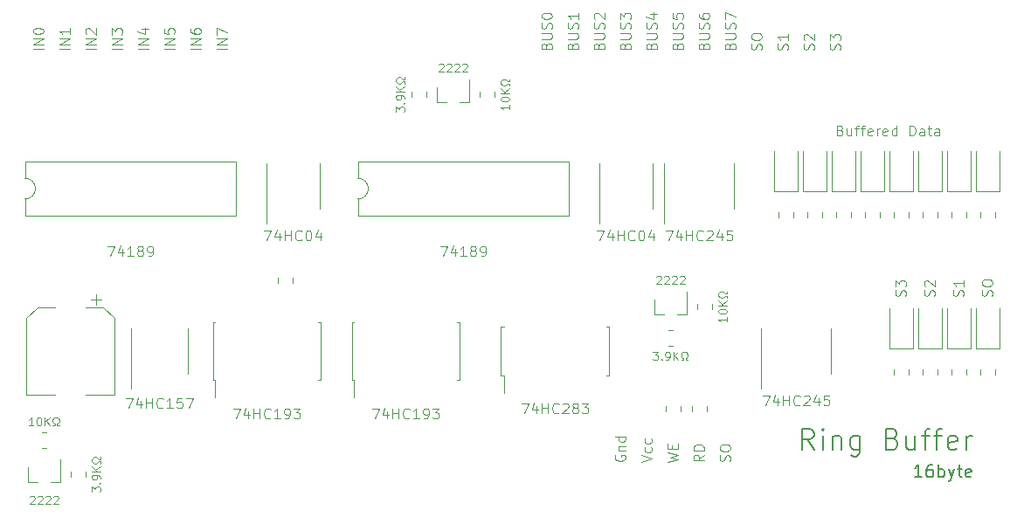
<source format=gbr>
%TF.GenerationSoftware,KiCad,Pcbnew,(5.1.10-1-10_14)*%
%TF.CreationDate,2021-11-15T09:00:54-05:00*%
%TF.ProjectId,FIFO-ram-buffer,4649464f-2d72-4616-9d2d-627566666572,rev?*%
%TF.SameCoordinates,Original*%
%TF.FileFunction,Legend,Top*%
%TF.FilePolarity,Positive*%
%FSLAX46Y46*%
G04 Gerber Fmt 4.6, Leading zero omitted, Abs format (unit mm)*
G04 Created by KiCad (PCBNEW (5.1.10-1-10_14)) date 2021-11-15 09:00:54*
%MOMM*%
%LPD*%
G01*
G04 APERTURE LIST*
%ADD10C,0.100000*%
%ADD11C,0.150000*%
%ADD12C,0.120000*%
G04 APERTURE END LIST*
D10*
X158138761Y-128776523D02*
X158186380Y-128633666D01*
X158186380Y-128395571D01*
X158138761Y-128300333D01*
X158091142Y-128252714D01*
X157995904Y-128205095D01*
X157900666Y-128205095D01*
X157805428Y-128252714D01*
X157757809Y-128300333D01*
X157710190Y-128395571D01*
X157662571Y-128586047D01*
X157614952Y-128681285D01*
X157567333Y-128728904D01*
X157472095Y-128776523D01*
X157376857Y-128776523D01*
X157281619Y-128728904D01*
X157234000Y-128681285D01*
X157186380Y-128586047D01*
X157186380Y-128347952D01*
X157234000Y-128205095D01*
X158186380Y-127252714D02*
X158186380Y-127824142D01*
X158186380Y-127538428D02*
X157186380Y-127538428D01*
X157329238Y-127633666D01*
X157424476Y-127728904D01*
X157472095Y-127824142D01*
X152550761Y-128776523D02*
X152598380Y-128633666D01*
X152598380Y-128395571D01*
X152550761Y-128300333D01*
X152503142Y-128252714D01*
X152407904Y-128205095D01*
X152312666Y-128205095D01*
X152217428Y-128252714D01*
X152169809Y-128300333D01*
X152122190Y-128395571D01*
X152074571Y-128586047D01*
X152026952Y-128681285D01*
X151979333Y-128728904D01*
X151884095Y-128776523D01*
X151788857Y-128776523D01*
X151693619Y-128728904D01*
X151646000Y-128681285D01*
X151598380Y-128586047D01*
X151598380Y-128347952D01*
X151646000Y-128205095D01*
X151598380Y-127871761D02*
X151598380Y-127252714D01*
X151979333Y-127586047D01*
X151979333Y-127443190D01*
X152026952Y-127347952D01*
X152074571Y-127300333D01*
X152169809Y-127252714D01*
X152407904Y-127252714D01*
X152503142Y-127300333D01*
X152550761Y-127347952D01*
X152598380Y-127443190D01*
X152598380Y-127728904D01*
X152550761Y-127824142D01*
X152503142Y-127871761D01*
X155344761Y-128776523D02*
X155392380Y-128633666D01*
X155392380Y-128395571D01*
X155344761Y-128300333D01*
X155297142Y-128252714D01*
X155201904Y-128205095D01*
X155106666Y-128205095D01*
X155011428Y-128252714D01*
X154963809Y-128300333D01*
X154916190Y-128395571D01*
X154868571Y-128586047D01*
X154820952Y-128681285D01*
X154773333Y-128728904D01*
X154678095Y-128776523D01*
X154582857Y-128776523D01*
X154487619Y-128728904D01*
X154440000Y-128681285D01*
X154392380Y-128586047D01*
X154392380Y-128347952D01*
X154440000Y-128205095D01*
X154487619Y-127824142D02*
X154440000Y-127776523D01*
X154392380Y-127681285D01*
X154392380Y-127443190D01*
X154440000Y-127347952D01*
X154487619Y-127300333D01*
X154582857Y-127252714D01*
X154678095Y-127252714D01*
X154820952Y-127300333D01*
X155392380Y-127871761D01*
X155392380Y-127252714D01*
X160932761Y-128776523D02*
X160980380Y-128633666D01*
X160980380Y-128395571D01*
X160932761Y-128300333D01*
X160885142Y-128252714D01*
X160789904Y-128205095D01*
X160694666Y-128205095D01*
X160599428Y-128252714D01*
X160551809Y-128300333D01*
X160504190Y-128395571D01*
X160456571Y-128586047D01*
X160408952Y-128681285D01*
X160361333Y-128728904D01*
X160266095Y-128776523D01*
X160170857Y-128776523D01*
X160075619Y-128728904D01*
X160028000Y-128681285D01*
X159980380Y-128586047D01*
X159980380Y-128347952D01*
X160028000Y-128205095D01*
X159980380Y-127586047D02*
X159980380Y-127395571D01*
X160028000Y-127300333D01*
X160123238Y-127205095D01*
X160313714Y-127157476D01*
X160647047Y-127157476D01*
X160837523Y-127205095D01*
X160932761Y-127300333D01*
X160980380Y-127395571D01*
X160980380Y-127586047D01*
X160932761Y-127681285D01*
X160837523Y-127776523D01*
X160647047Y-127824142D01*
X160313714Y-127824142D01*
X160123238Y-127776523D01*
X160028000Y-127681285D01*
X159980380Y-127586047D01*
X146200761Y-104900523D02*
X146248380Y-104757666D01*
X146248380Y-104519571D01*
X146200761Y-104424333D01*
X146153142Y-104376714D01*
X146057904Y-104329095D01*
X145962666Y-104329095D01*
X145867428Y-104376714D01*
X145819809Y-104424333D01*
X145772190Y-104519571D01*
X145724571Y-104710047D01*
X145676952Y-104805285D01*
X145629333Y-104852904D01*
X145534095Y-104900523D01*
X145438857Y-104900523D01*
X145343619Y-104852904D01*
X145296000Y-104805285D01*
X145248380Y-104710047D01*
X145248380Y-104471952D01*
X145296000Y-104329095D01*
X145248380Y-103995761D02*
X145248380Y-103376714D01*
X145629333Y-103710047D01*
X145629333Y-103567190D01*
X145676952Y-103471952D01*
X145724571Y-103424333D01*
X145819809Y-103376714D01*
X146057904Y-103376714D01*
X146153142Y-103424333D01*
X146200761Y-103471952D01*
X146248380Y-103567190D01*
X146248380Y-103852904D01*
X146200761Y-103948142D01*
X146153142Y-103995761D01*
X143660761Y-104900523D02*
X143708380Y-104757666D01*
X143708380Y-104519571D01*
X143660761Y-104424333D01*
X143613142Y-104376714D01*
X143517904Y-104329095D01*
X143422666Y-104329095D01*
X143327428Y-104376714D01*
X143279809Y-104424333D01*
X143232190Y-104519571D01*
X143184571Y-104710047D01*
X143136952Y-104805285D01*
X143089333Y-104852904D01*
X142994095Y-104900523D01*
X142898857Y-104900523D01*
X142803619Y-104852904D01*
X142756000Y-104805285D01*
X142708380Y-104710047D01*
X142708380Y-104471952D01*
X142756000Y-104329095D01*
X142803619Y-103948142D02*
X142756000Y-103900523D01*
X142708380Y-103805285D01*
X142708380Y-103567190D01*
X142756000Y-103471952D01*
X142803619Y-103424333D01*
X142898857Y-103376714D01*
X142994095Y-103376714D01*
X143136952Y-103424333D01*
X143708380Y-103995761D01*
X143708380Y-103376714D01*
X141120761Y-104900523D02*
X141168380Y-104757666D01*
X141168380Y-104519571D01*
X141120761Y-104424333D01*
X141073142Y-104376714D01*
X140977904Y-104329095D01*
X140882666Y-104329095D01*
X140787428Y-104376714D01*
X140739809Y-104424333D01*
X140692190Y-104519571D01*
X140644571Y-104710047D01*
X140596952Y-104805285D01*
X140549333Y-104852904D01*
X140454095Y-104900523D01*
X140358857Y-104900523D01*
X140263619Y-104852904D01*
X140216000Y-104805285D01*
X140168380Y-104710047D01*
X140168380Y-104471952D01*
X140216000Y-104329095D01*
X141168380Y-103376714D02*
X141168380Y-103948142D01*
X141168380Y-103662428D02*
X140168380Y-103662428D01*
X140311238Y-103757666D01*
X140406476Y-103852904D01*
X140454095Y-103948142D01*
X138580761Y-104900523D02*
X138628380Y-104757666D01*
X138628380Y-104519571D01*
X138580761Y-104424333D01*
X138533142Y-104376714D01*
X138437904Y-104329095D01*
X138342666Y-104329095D01*
X138247428Y-104376714D01*
X138199809Y-104424333D01*
X138152190Y-104519571D01*
X138104571Y-104710047D01*
X138056952Y-104805285D01*
X138009333Y-104852904D01*
X137914095Y-104900523D01*
X137818857Y-104900523D01*
X137723619Y-104852904D01*
X137676000Y-104805285D01*
X137628380Y-104710047D01*
X137628380Y-104471952D01*
X137676000Y-104329095D01*
X137628380Y-103710047D02*
X137628380Y-103519571D01*
X137676000Y-103424333D01*
X137771238Y-103329095D01*
X137961714Y-103281476D01*
X138295047Y-103281476D01*
X138485523Y-103329095D01*
X138580761Y-103424333D01*
X138628380Y-103519571D01*
X138628380Y-103710047D01*
X138580761Y-103805285D01*
X138485523Y-103900523D01*
X138295047Y-103948142D01*
X137961714Y-103948142D01*
X137771238Y-103900523D01*
X137676000Y-103805285D01*
X137628380Y-103710047D01*
X124468000Y-144207095D02*
X124420380Y-144302333D01*
X124420380Y-144445190D01*
X124468000Y-144588047D01*
X124563238Y-144683285D01*
X124658476Y-144730904D01*
X124848952Y-144778523D01*
X124991809Y-144778523D01*
X125182285Y-144730904D01*
X125277523Y-144683285D01*
X125372761Y-144588047D01*
X125420380Y-144445190D01*
X125420380Y-144349952D01*
X125372761Y-144207095D01*
X125325142Y-144159476D01*
X124991809Y-144159476D01*
X124991809Y-144349952D01*
X124753714Y-143730904D02*
X125420380Y-143730904D01*
X124848952Y-143730904D02*
X124801333Y-143683285D01*
X124753714Y-143588047D01*
X124753714Y-143445190D01*
X124801333Y-143349952D01*
X124896571Y-143302333D01*
X125420380Y-143302333D01*
X125420380Y-142397571D02*
X124420380Y-142397571D01*
X125372761Y-142397571D02*
X125420380Y-142492809D01*
X125420380Y-142683285D01*
X125372761Y-142778523D01*
X125325142Y-142826142D01*
X125229904Y-142873761D01*
X124944190Y-142873761D01*
X124848952Y-142826142D01*
X124801333Y-142778523D01*
X124753714Y-142683285D01*
X124753714Y-142492809D01*
X124801333Y-142397571D01*
X126960380Y-144873761D02*
X127960380Y-144540428D01*
X126960380Y-144207095D01*
X127912761Y-143445190D02*
X127960380Y-143540428D01*
X127960380Y-143730904D01*
X127912761Y-143826142D01*
X127865142Y-143873761D01*
X127769904Y-143921380D01*
X127484190Y-143921380D01*
X127388952Y-143873761D01*
X127341333Y-143826142D01*
X127293714Y-143730904D01*
X127293714Y-143540428D01*
X127341333Y-143445190D01*
X127912761Y-142588047D02*
X127960380Y-142683285D01*
X127960380Y-142873761D01*
X127912761Y-142969000D01*
X127865142Y-143016619D01*
X127769904Y-143064238D01*
X127484190Y-143064238D01*
X127388952Y-143016619D01*
X127341333Y-142969000D01*
X127293714Y-142873761D01*
X127293714Y-142683285D01*
X127341333Y-142588047D01*
X135532761Y-144778523D02*
X135580380Y-144635666D01*
X135580380Y-144397571D01*
X135532761Y-144302333D01*
X135485142Y-144254714D01*
X135389904Y-144207095D01*
X135294666Y-144207095D01*
X135199428Y-144254714D01*
X135151809Y-144302333D01*
X135104190Y-144397571D01*
X135056571Y-144588047D01*
X135008952Y-144683285D01*
X134961333Y-144730904D01*
X134866095Y-144778523D01*
X134770857Y-144778523D01*
X134675619Y-144730904D01*
X134628000Y-144683285D01*
X134580380Y-144588047D01*
X134580380Y-144349952D01*
X134628000Y-144207095D01*
X134580380Y-143588047D02*
X134580380Y-143397571D01*
X134628000Y-143302333D01*
X134723238Y-143207095D01*
X134913714Y-143159476D01*
X135247047Y-143159476D01*
X135437523Y-143207095D01*
X135532761Y-143302333D01*
X135580380Y-143397571D01*
X135580380Y-143588047D01*
X135532761Y-143683285D01*
X135437523Y-143778523D01*
X135247047Y-143826142D01*
X134913714Y-143826142D01*
X134723238Y-143778523D01*
X134628000Y-143683285D01*
X134580380Y-143588047D01*
X133040380Y-144159476D02*
X132564190Y-144492809D01*
X133040380Y-144730904D02*
X132040380Y-144730904D01*
X132040380Y-144349952D01*
X132088000Y-144254714D01*
X132135619Y-144207095D01*
X132230857Y-144159476D01*
X132373714Y-144159476D01*
X132468952Y-144207095D01*
X132516571Y-144254714D01*
X132564190Y-144349952D01*
X132564190Y-144730904D01*
X133040380Y-143730904D02*
X132040380Y-143730904D01*
X132040380Y-143492809D01*
X132088000Y-143349952D01*
X132183238Y-143254714D01*
X132278476Y-143207095D01*
X132468952Y-143159476D01*
X132611809Y-143159476D01*
X132802285Y-143207095D01*
X132897523Y-143254714D01*
X132992761Y-143349952D01*
X133040380Y-143492809D01*
X133040380Y-143730904D01*
X129500380Y-144826142D02*
X130500380Y-144588047D01*
X129786095Y-144397571D01*
X130500380Y-144207095D01*
X129500380Y-143969000D01*
X129976571Y-143588047D02*
X129976571Y-143254714D01*
X130500380Y-143111857D02*
X130500380Y-143588047D01*
X129500380Y-143588047D01*
X129500380Y-143111857D01*
X146233142Y-112704571D02*
X146376000Y-112752190D01*
X146423619Y-112799809D01*
X146471238Y-112895047D01*
X146471238Y-113037904D01*
X146423619Y-113133142D01*
X146376000Y-113180761D01*
X146280761Y-113228380D01*
X145899809Y-113228380D01*
X145899809Y-112228380D01*
X146233142Y-112228380D01*
X146328380Y-112276000D01*
X146376000Y-112323619D01*
X146423619Y-112418857D01*
X146423619Y-112514095D01*
X146376000Y-112609333D01*
X146328380Y-112656952D01*
X146233142Y-112704571D01*
X145899809Y-112704571D01*
X147328380Y-112561714D02*
X147328380Y-113228380D01*
X146899809Y-112561714D02*
X146899809Y-113085523D01*
X146947428Y-113180761D01*
X147042666Y-113228380D01*
X147185523Y-113228380D01*
X147280761Y-113180761D01*
X147328380Y-113133142D01*
X147661714Y-112561714D02*
X148042666Y-112561714D01*
X147804571Y-113228380D02*
X147804571Y-112371238D01*
X147852190Y-112276000D01*
X147947428Y-112228380D01*
X148042666Y-112228380D01*
X148233142Y-112561714D02*
X148614095Y-112561714D01*
X148376000Y-113228380D02*
X148376000Y-112371238D01*
X148423619Y-112276000D01*
X148518857Y-112228380D01*
X148614095Y-112228380D01*
X149328380Y-113180761D02*
X149233142Y-113228380D01*
X149042666Y-113228380D01*
X148947428Y-113180761D01*
X148899809Y-113085523D01*
X148899809Y-112704571D01*
X148947428Y-112609333D01*
X149042666Y-112561714D01*
X149233142Y-112561714D01*
X149328380Y-112609333D01*
X149376000Y-112704571D01*
X149376000Y-112799809D01*
X148899809Y-112895047D01*
X149804571Y-113228380D02*
X149804571Y-112561714D01*
X149804571Y-112752190D02*
X149852190Y-112656952D01*
X149899809Y-112609333D01*
X149995047Y-112561714D01*
X150090285Y-112561714D01*
X150804571Y-113180761D02*
X150709333Y-113228380D01*
X150518857Y-113228380D01*
X150423619Y-113180761D01*
X150376000Y-113085523D01*
X150376000Y-112704571D01*
X150423619Y-112609333D01*
X150518857Y-112561714D01*
X150709333Y-112561714D01*
X150804571Y-112609333D01*
X150852190Y-112704571D01*
X150852190Y-112799809D01*
X150376000Y-112895047D01*
X151709333Y-113228380D02*
X151709333Y-112228380D01*
X151709333Y-113180761D02*
X151614095Y-113228380D01*
X151423619Y-113228380D01*
X151328380Y-113180761D01*
X151280761Y-113133142D01*
X151233142Y-113037904D01*
X151233142Y-112752190D01*
X151280761Y-112656952D01*
X151328380Y-112609333D01*
X151423619Y-112561714D01*
X151614095Y-112561714D01*
X151709333Y-112609333D01*
X152947428Y-113228380D02*
X152947428Y-112228380D01*
X153185523Y-112228380D01*
X153328380Y-112276000D01*
X153423619Y-112371238D01*
X153471238Y-112466476D01*
X153518857Y-112656952D01*
X153518857Y-112799809D01*
X153471238Y-112990285D01*
X153423619Y-113085523D01*
X153328380Y-113180761D01*
X153185523Y-113228380D01*
X152947428Y-113228380D01*
X154376000Y-113228380D02*
X154376000Y-112704571D01*
X154328380Y-112609333D01*
X154233142Y-112561714D01*
X154042666Y-112561714D01*
X153947428Y-112609333D01*
X154376000Y-113180761D02*
X154280761Y-113228380D01*
X154042666Y-113228380D01*
X153947428Y-113180761D01*
X153899809Y-113085523D01*
X153899809Y-112990285D01*
X153947428Y-112895047D01*
X154042666Y-112847428D01*
X154280761Y-112847428D01*
X154376000Y-112799809D01*
X154709333Y-112561714D02*
X155090285Y-112561714D01*
X154852190Y-112228380D02*
X154852190Y-113085523D01*
X154899809Y-113180761D01*
X154995047Y-113228380D01*
X155090285Y-113228380D01*
X155852190Y-113228380D02*
X155852190Y-112704571D01*
X155804571Y-112609333D01*
X155709333Y-112561714D01*
X155518857Y-112561714D01*
X155423619Y-112609333D01*
X155852190Y-113180761D02*
X155756952Y-113228380D01*
X155518857Y-113228380D01*
X155423619Y-113180761D01*
X155376000Y-113085523D01*
X155376000Y-112990285D01*
X155423619Y-112895047D01*
X155518857Y-112847428D01*
X155756952Y-112847428D01*
X155852190Y-112799809D01*
X135564571Y-104519571D02*
X135612190Y-104376714D01*
X135659809Y-104329095D01*
X135755047Y-104281476D01*
X135897904Y-104281476D01*
X135993142Y-104329095D01*
X136040761Y-104376714D01*
X136088380Y-104471952D01*
X136088380Y-104852904D01*
X135088380Y-104852904D01*
X135088380Y-104519571D01*
X135136000Y-104424333D01*
X135183619Y-104376714D01*
X135278857Y-104329095D01*
X135374095Y-104329095D01*
X135469333Y-104376714D01*
X135516952Y-104424333D01*
X135564571Y-104519571D01*
X135564571Y-104852904D01*
X135088380Y-103852904D02*
X135897904Y-103852904D01*
X135993142Y-103805285D01*
X136040761Y-103757666D01*
X136088380Y-103662428D01*
X136088380Y-103471952D01*
X136040761Y-103376714D01*
X135993142Y-103329095D01*
X135897904Y-103281476D01*
X135088380Y-103281476D01*
X136040761Y-102852904D02*
X136088380Y-102710047D01*
X136088380Y-102471952D01*
X136040761Y-102376714D01*
X135993142Y-102329095D01*
X135897904Y-102281476D01*
X135802666Y-102281476D01*
X135707428Y-102329095D01*
X135659809Y-102376714D01*
X135612190Y-102471952D01*
X135564571Y-102662428D01*
X135516952Y-102757666D01*
X135469333Y-102805285D01*
X135374095Y-102852904D01*
X135278857Y-102852904D01*
X135183619Y-102805285D01*
X135136000Y-102757666D01*
X135088380Y-102662428D01*
X135088380Y-102424333D01*
X135136000Y-102281476D01*
X135088380Y-101948142D02*
X135088380Y-101281476D01*
X136088380Y-101710047D01*
X133024571Y-104519571D02*
X133072190Y-104376714D01*
X133119809Y-104329095D01*
X133215047Y-104281476D01*
X133357904Y-104281476D01*
X133453142Y-104329095D01*
X133500761Y-104376714D01*
X133548380Y-104471952D01*
X133548380Y-104852904D01*
X132548380Y-104852904D01*
X132548380Y-104519571D01*
X132596000Y-104424333D01*
X132643619Y-104376714D01*
X132738857Y-104329095D01*
X132834095Y-104329095D01*
X132929333Y-104376714D01*
X132976952Y-104424333D01*
X133024571Y-104519571D01*
X133024571Y-104852904D01*
X132548380Y-103852904D02*
X133357904Y-103852904D01*
X133453142Y-103805285D01*
X133500761Y-103757666D01*
X133548380Y-103662428D01*
X133548380Y-103471952D01*
X133500761Y-103376714D01*
X133453142Y-103329095D01*
X133357904Y-103281476D01*
X132548380Y-103281476D01*
X133500761Y-102852904D02*
X133548380Y-102710047D01*
X133548380Y-102471952D01*
X133500761Y-102376714D01*
X133453142Y-102329095D01*
X133357904Y-102281476D01*
X133262666Y-102281476D01*
X133167428Y-102329095D01*
X133119809Y-102376714D01*
X133072190Y-102471952D01*
X133024571Y-102662428D01*
X132976952Y-102757666D01*
X132929333Y-102805285D01*
X132834095Y-102852904D01*
X132738857Y-102852904D01*
X132643619Y-102805285D01*
X132596000Y-102757666D01*
X132548380Y-102662428D01*
X132548380Y-102424333D01*
X132596000Y-102281476D01*
X132548380Y-101424333D02*
X132548380Y-101614809D01*
X132596000Y-101710047D01*
X132643619Y-101757666D01*
X132786476Y-101852904D01*
X132976952Y-101900523D01*
X133357904Y-101900523D01*
X133453142Y-101852904D01*
X133500761Y-101805285D01*
X133548380Y-101710047D01*
X133548380Y-101519571D01*
X133500761Y-101424333D01*
X133453142Y-101376714D01*
X133357904Y-101329095D01*
X133119809Y-101329095D01*
X133024571Y-101376714D01*
X132976952Y-101424333D01*
X132929333Y-101519571D01*
X132929333Y-101710047D01*
X132976952Y-101805285D01*
X133024571Y-101852904D01*
X133119809Y-101900523D01*
X130484571Y-104519571D02*
X130532190Y-104376714D01*
X130579809Y-104329095D01*
X130675047Y-104281476D01*
X130817904Y-104281476D01*
X130913142Y-104329095D01*
X130960761Y-104376714D01*
X131008380Y-104471952D01*
X131008380Y-104852904D01*
X130008380Y-104852904D01*
X130008380Y-104519571D01*
X130056000Y-104424333D01*
X130103619Y-104376714D01*
X130198857Y-104329095D01*
X130294095Y-104329095D01*
X130389333Y-104376714D01*
X130436952Y-104424333D01*
X130484571Y-104519571D01*
X130484571Y-104852904D01*
X130008380Y-103852904D02*
X130817904Y-103852904D01*
X130913142Y-103805285D01*
X130960761Y-103757666D01*
X131008380Y-103662428D01*
X131008380Y-103471952D01*
X130960761Y-103376714D01*
X130913142Y-103329095D01*
X130817904Y-103281476D01*
X130008380Y-103281476D01*
X130960761Y-102852904D02*
X131008380Y-102710047D01*
X131008380Y-102471952D01*
X130960761Y-102376714D01*
X130913142Y-102329095D01*
X130817904Y-102281476D01*
X130722666Y-102281476D01*
X130627428Y-102329095D01*
X130579809Y-102376714D01*
X130532190Y-102471952D01*
X130484571Y-102662428D01*
X130436952Y-102757666D01*
X130389333Y-102805285D01*
X130294095Y-102852904D01*
X130198857Y-102852904D01*
X130103619Y-102805285D01*
X130056000Y-102757666D01*
X130008380Y-102662428D01*
X130008380Y-102424333D01*
X130056000Y-102281476D01*
X130008380Y-101376714D02*
X130008380Y-101852904D01*
X130484571Y-101900523D01*
X130436952Y-101852904D01*
X130389333Y-101757666D01*
X130389333Y-101519571D01*
X130436952Y-101424333D01*
X130484571Y-101376714D01*
X130579809Y-101329095D01*
X130817904Y-101329095D01*
X130913142Y-101376714D01*
X130960761Y-101424333D01*
X131008380Y-101519571D01*
X131008380Y-101757666D01*
X130960761Y-101852904D01*
X130913142Y-101900523D01*
X127944571Y-104519571D02*
X127992190Y-104376714D01*
X128039809Y-104329095D01*
X128135047Y-104281476D01*
X128277904Y-104281476D01*
X128373142Y-104329095D01*
X128420761Y-104376714D01*
X128468380Y-104471952D01*
X128468380Y-104852904D01*
X127468380Y-104852904D01*
X127468380Y-104519571D01*
X127516000Y-104424333D01*
X127563619Y-104376714D01*
X127658857Y-104329095D01*
X127754095Y-104329095D01*
X127849333Y-104376714D01*
X127896952Y-104424333D01*
X127944571Y-104519571D01*
X127944571Y-104852904D01*
X127468380Y-103852904D02*
X128277904Y-103852904D01*
X128373142Y-103805285D01*
X128420761Y-103757666D01*
X128468380Y-103662428D01*
X128468380Y-103471952D01*
X128420761Y-103376714D01*
X128373142Y-103329095D01*
X128277904Y-103281476D01*
X127468380Y-103281476D01*
X128420761Y-102852904D02*
X128468380Y-102710047D01*
X128468380Y-102471952D01*
X128420761Y-102376714D01*
X128373142Y-102329095D01*
X128277904Y-102281476D01*
X128182666Y-102281476D01*
X128087428Y-102329095D01*
X128039809Y-102376714D01*
X127992190Y-102471952D01*
X127944571Y-102662428D01*
X127896952Y-102757666D01*
X127849333Y-102805285D01*
X127754095Y-102852904D01*
X127658857Y-102852904D01*
X127563619Y-102805285D01*
X127516000Y-102757666D01*
X127468380Y-102662428D01*
X127468380Y-102424333D01*
X127516000Y-102281476D01*
X127801714Y-101424333D02*
X128468380Y-101424333D01*
X127420761Y-101662428D02*
X128135047Y-101900523D01*
X128135047Y-101281476D01*
X125404571Y-104519571D02*
X125452190Y-104376714D01*
X125499809Y-104329095D01*
X125595047Y-104281476D01*
X125737904Y-104281476D01*
X125833142Y-104329095D01*
X125880761Y-104376714D01*
X125928380Y-104471952D01*
X125928380Y-104852904D01*
X124928380Y-104852904D01*
X124928380Y-104519571D01*
X124976000Y-104424333D01*
X125023619Y-104376714D01*
X125118857Y-104329095D01*
X125214095Y-104329095D01*
X125309333Y-104376714D01*
X125356952Y-104424333D01*
X125404571Y-104519571D01*
X125404571Y-104852904D01*
X124928380Y-103852904D02*
X125737904Y-103852904D01*
X125833142Y-103805285D01*
X125880761Y-103757666D01*
X125928380Y-103662428D01*
X125928380Y-103471952D01*
X125880761Y-103376714D01*
X125833142Y-103329095D01*
X125737904Y-103281476D01*
X124928380Y-103281476D01*
X125880761Y-102852904D02*
X125928380Y-102710047D01*
X125928380Y-102471952D01*
X125880761Y-102376714D01*
X125833142Y-102329095D01*
X125737904Y-102281476D01*
X125642666Y-102281476D01*
X125547428Y-102329095D01*
X125499809Y-102376714D01*
X125452190Y-102471952D01*
X125404571Y-102662428D01*
X125356952Y-102757666D01*
X125309333Y-102805285D01*
X125214095Y-102852904D01*
X125118857Y-102852904D01*
X125023619Y-102805285D01*
X124976000Y-102757666D01*
X124928380Y-102662428D01*
X124928380Y-102424333D01*
X124976000Y-102281476D01*
X124928380Y-101948142D02*
X124928380Y-101329095D01*
X125309333Y-101662428D01*
X125309333Y-101519571D01*
X125356952Y-101424333D01*
X125404571Y-101376714D01*
X125499809Y-101329095D01*
X125737904Y-101329095D01*
X125833142Y-101376714D01*
X125880761Y-101424333D01*
X125928380Y-101519571D01*
X125928380Y-101805285D01*
X125880761Y-101900523D01*
X125833142Y-101948142D01*
X122864571Y-104519571D02*
X122912190Y-104376714D01*
X122959809Y-104329095D01*
X123055047Y-104281476D01*
X123197904Y-104281476D01*
X123293142Y-104329095D01*
X123340761Y-104376714D01*
X123388380Y-104471952D01*
X123388380Y-104852904D01*
X122388380Y-104852904D01*
X122388380Y-104519571D01*
X122436000Y-104424333D01*
X122483619Y-104376714D01*
X122578857Y-104329095D01*
X122674095Y-104329095D01*
X122769333Y-104376714D01*
X122816952Y-104424333D01*
X122864571Y-104519571D01*
X122864571Y-104852904D01*
X122388380Y-103852904D02*
X123197904Y-103852904D01*
X123293142Y-103805285D01*
X123340761Y-103757666D01*
X123388380Y-103662428D01*
X123388380Y-103471952D01*
X123340761Y-103376714D01*
X123293142Y-103329095D01*
X123197904Y-103281476D01*
X122388380Y-103281476D01*
X123340761Y-102852904D02*
X123388380Y-102710047D01*
X123388380Y-102471952D01*
X123340761Y-102376714D01*
X123293142Y-102329095D01*
X123197904Y-102281476D01*
X123102666Y-102281476D01*
X123007428Y-102329095D01*
X122959809Y-102376714D01*
X122912190Y-102471952D01*
X122864571Y-102662428D01*
X122816952Y-102757666D01*
X122769333Y-102805285D01*
X122674095Y-102852904D01*
X122578857Y-102852904D01*
X122483619Y-102805285D01*
X122436000Y-102757666D01*
X122388380Y-102662428D01*
X122388380Y-102424333D01*
X122436000Y-102281476D01*
X122483619Y-101900523D02*
X122436000Y-101852904D01*
X122388380Y-101757666D01*
X122388380Y-101519571D01*
X122436000Y-101424333D01*
X122483619Y-101376714D01*
X122578857Y-101329095D01*
X122674095Y-101329095D01*
X122816952Y-101376714D01*
X123388380Y-101948142D01*
X123388380Y-101329095D01*
X120324571Y-104519571D02*
X120372190Y-104376714D01*
X120419809Y-104329095D01*
X120515047Y-104281476D01*
X120657904Y-104281476D01*
X120753142Y-104329095D01*
X120800761Y-104376714D01*
X120848380Y-104471952D01*
X120848380Y-104852904D01*
X119848380Y-104852904D01*
X119848380Y-104519571D01*
X119896000Y-104424333D01*
X119943619Y-104376714D01*
X120038857Y-104329095D01*
X120134095Y-104329095D01*
X120229333Y-104376714D01*
X120276952Y-104424333D01*
X120324571Y-104519571D01*
X120324571Y-104852904D01*
X119848380Y-103852904D02*
X120657904Y-103852904D01*
X120753142Y-103805285D01*
X120800761Y-103757666D01*
X120848380Y-103662428D01*
X120848380Y-103471952D01*
X120800761Y-103376714D01*
X120753142Y-103329095D01*
X120657904Y-103281476D01*
X119848380Y-103281476D01*
X120800761Y-102852904D02*
X120848380Y-102710047D01*
X120848380Y-102471952D01*
X120800761Y-102376714D01*
X120753142Y-102329095D01*
X120657904Y-102281476D01*
X120562666Y-102281476D01*
X120467428Y-102329095D01*
X120419809Y-102376714D01*
X120372190Y-102471952D01*
X120324571Y-102662428D01*
X120276952Y-102757666D01*
X120229333Y-102805285D01*
X120134095Y-102852904D01*
X120038857Y-102852904D01*
X119943619Y-102805285D01*
X119896000Y-102757666D01*
X119848380Y-102662428D01*
X119848380Y-102424333D01*
X119896000Y-102281476D01*
X120848380Y-101329095D02*
X120848380Y-101900523D01*
X120848380Y-101614809D02*
X119848380Y-101614809D01*
X119991238Y-101710047D01*
X120086476Y-101805285D01*
X120134095Y-101900523D01*
X117784571Y-104519571D02*
X117832190Y-104376714D01*
X117879809Y-104329095D01*
X117975047Y-104281476D01*
X118117904Y-104281476D01*
X118213142Y-104329095D01*
X118260761Y-104376714D01*
X118308380Y-104471952D01*
X118308380Y-104852904D01*
X117308380Y-104852904D01*
X117308380Y-104519571D01*
X117356000Y-104424333D01*
X117403619Y-104376714D01*
X117498857Y-104329095D01*
X117594095Y-104329095D01*
X117689333Y-104376714D01*
X117736952Y-104424333D01*
X117784571Y-104519571D01*
X117784571Y-104852904D01*
X117308380Y-103852904D02*
X118117904Y-103852904D01*
X118213142Y-103805285D01*
X118260761Y-103757666D01*
X118308380Y-103662428D01*
X118308380Y-103471952D01*
X118260761Y-103376714D01*
X118213142Y-103329095D01*
X118117904Y-103281476D01*
X117308380Y-103281476D01*
X118260761Y-102852904D02*
X118308380Y-102710047D01*
X118308380Y-102471952D01*
X118260761Y-102376714D01*
X118213142Y-102329095D01*
X118117904Y-102281476D01*
X118022666Y-102281476D01*
X117927428Y-102329095D01*
X117879809Y-102376714D01*
X117832190Y-102471952D01*
X117784571Y-102662428D01*
X117736952Y-102757666D01*
X117689333Y-102805285D01*
X117594095Y-102852904D01*
X117498857Y-102852904D01*
X117403619Y-102805285D01*
X117356000Y-102757666D01*
X117308380Y-102662428D01*
X117308380Y-102424333D01*
X117356000Y-102281476D01*
X117308380Y-101662428D02*
X117308380Y-101567190D01*
X117356000Y-101471952D01*
X117403619Y-101424333D01*
X117498857Y-101376714D01*
X117689333Y-101329095D01*
X117927428Y-101329095D01*
X118117904Y-101376714D01*
X118213142Y-101424333D01*
X118260761Y-101471952D01*
X118308380Y-101567190D01*
X118308380Y-101662428D01*
X118260761Y-101757666D01*
X118213142Y-101805285D01*
X118117904Y-101852904D01*
X117927428Y-101900523D01*
X117689333Y-101900523D01*
X117498857Y-101852904D01*
X117403619Y-101805285D01*
X117356000Y-101757666D01*
X117308380Y-101662428D01*
X86812380Y-104852904D02*
X85812380Y-104852904D01*
X86812380Y-104376714D02*
X85812380Y-104376714D01*
X86812380Y-103805285D01*
X85812380Y-103805285D01*
X85812380Y-103424333D02*
X85812380Y-102757666D01*
X86812380Y-103186238D01*
X84272380Y-104852904D02*
X83272380Y-104852904D01*
X84272380Y-104376714D02*
X83272380Y-104376714D01*
X84272380Y-103805285D01*
X83272380Y-103805285D01*
X83272380Y-102900523D02*
X83272380Y-103091000D01*
X83320000Y-103186238D01*
X83367619Y-103233857D01*
X83510476Y-103329095D01*
X83700952Y-103376714D01*
X84081904Y-103376714D01*
X84177142Y-103329095D01*
X84224761Y-103281476D01*
X84272380Y-103186238D01*
X84272380Y-102995761D01*
X84224761Y-102900523D01*
X84177142Y-102852904D01*
X84081904Y-102805285D01*
X83843809Y-102805285D01*
X83748571Y-102852904D01*
X83700952Y-102900523D01*
X83653333Y-102995761D01*
X83653333Y-103186238D01*
X83700952Y-103281476D01*
X83748571Y-103329095D01*
X83843809Y-103376714D01*
X81732380Y-104852904D02*
X80732380Y-104852904D01*
X81732380Y-104376714D02*
X80732380Y-104376714D01*
X81732380Y-103805285D01*
X80732380Y-103805285D01*
X80732380Y-102852904D02*
X80732380Y-103329095D01*
X81208571Y-103376714D01*
X81160952Y-103329095D01*
X81113333Y-103233857D01*
X81113333Y-102995761D01*
X81160952Y-102900523D01*
X81208571Y-102852904D01*
X81303809Y-102805285D01*
X81541904Y-102805285D01*
X81637142Y-102852904D01*
X81684761Y-102900523D01*
X81732380Y-102995761D01*
X81732380Y-103233857D01*
X81684761Y-103329095D01*
X81637142Y-103376714D01*
X79192380Y-104852904D02*
X78192380Y-104852904D01*
X79192380Y-104376714D02*
X78192380Y-104376714D01*
X79192380Y-103805285D01*
X78192380Y-103805285D01*
X78525714Y-102900523D02*
X79192380Y-102900523D01*
X78144761Y-103138619D02*
X78859047Y-103376714D01*
X78859047Y-102757666D01*
X76652380Y-104852904D02*
X75652380Y-104852904D01*
X76652380Y-104376714D02*
X75652380Y-104376714D01*
X76652380Y-103805285D01*
X75652380Y-103805285D01*
X75652380Y-103424333D02*
X75652380Y-102805285D01*
X76033333Y-103138619D01*
X76033333Y-102995761D01*
X76080952Y-102900523D01*
X76128571Y-102852904D01*
X76223809Y-102805285D01*
X76461904Y-102805285D01*
X76557142Y-102852904D01*
X76604761Y-102900523D01*
X76652380Y-102995761D01*
X76652380Y-103281476D01*
X76604761Y-103376714D01*
X76557142Y-103424333D01*
X74112380Y-104852904D02*
X73112380Y-104852904D01*
X74112380Y-104376714D02*
X73112380Y-104376714D01*
X74112380Y-103805285D01*
X73112380Y-103805285D01*
X73207619Y-103376714D02*
X73160000Y-103329095D01*
X73112380Y-103233857D01*
X73112380Y-102995761D01*
X73160000Y-102900523D01*
X73207619Y-102852904D01*
X73302857Y-102805285D01*
X73398095Y-102805285D01*
X73540952Y-102852904D01*
X74112380Y-103424333D01*
X74112380Y-102805285D01*
X71572380Y-104852904D02*
X70572380Y-104852904D01*
X71572380Y-104376714D02*
X70572380Y-104376714D01*
X71572380Y-103805285D01*
X70572380Y-103805285D01*
X71572380Y-102805285D02*
X71572380Y-103376714D01*
X71572380Y-103091000D02*
X70572380Y-103091000D01*
X70715238Y-103186238D01*
X70810476Y-103281476D01*
X70858095Y-103376714D01*
X69032380Y-104852904D02*
X68032380Y-104852904D01*
X69032380Y-104376714D02*
X68032380Y-104376714D01*
X69032380Y-103805285D01*
X68032380Y-103805285D01*
X68032380Y-103138619D02*
X68032380Y-103043380D01*
X68080000Y-102948142D01*
X68127619Y-102900523D01*
X68222857Y-102852904D01*
X68413333Y-102805285D01*
X68651428Y-102805285D01*
X68841904Y-102852904D01*
X68937142Y-102900523D01*
X68984761Y-102948142D01*
X69032380Y-103043380D01*
X69032380Y-103138619D01*
X68984761Y-103233857D01*
X68937142Y-103281476D01*
X68841904Y-103329095D01*
X68651428Y-103376714D01*
X68413333Y-103376714D01*
X68222857Y-103329095D01*
X68127619Y-103281476D01*
X68080000Y-103233857D01*
X68032380Y-103138619D01*
D11*
X154124285Y-146338857D02*
X153438571Y-146338857D01*
X153781428Y-146338857D02*
X153781428Y-145138857D01*
X153667142Y-145310285D01*
X153552857Y-145424571D01*
X153438571Y-145481714D01*
X155152857Y-145138857D02*
X154924285Y-145138857D01*
X154810000Y-145196000D01*
X154752857Y-145253142D01*
X154638571Y-145424571D01*
X154581428Y-145653142D01*
X154581428Y-146110285D01*
X154638571Y-146224571D01*
X154695714Y-146281714D01*
X154810000Y-146338857D01*
X155038571Y-146338857D01*
X155152857Y-146281714D01*
X155210000Y-146224571D01*
X155267142Y-146110285D01*
X155267142Y-145824571D01*
X155210000Y-145710285D01*
X155152857Y-145653142D01*
X155038571Y-145596000D01*
X154810000Y-145596000D01*
X154695714Y-145653142D01*
X154638571Y-145710285D01*
X154581428Y-145824571D01*
X155781428Y-146338857D02*
X155781428Y-145138857D01*
X155781428Y-145596000D02*
X155895714Y-145538857D01*
X156124285Y-145538857D01*
X156238571Y-145596000D01*
X156295714Y-145653142D01*
X156352857Y-145767428D01*
X156352857Y-146110285D01*
X156295714Y-146224571D01*
X156238571Y-146281714D01*
X156124285Y-146338857D01*
X155895714Y-146338857D01*
X155781428Y-146281714D01*
X156752857Y-145538857D02*
X157038571Y-146338857D01*
X157324285Y-145538857D02*
X157038571Y-146338857D01*
X156924285Y-146624571D01*
X156867142Y-146681714D01*
X156752857Y-146738857D01*
X157610000Y-145538857D02*
X158067142Y-145538857D01*
X157781428Y-145138857D02*
X157781428Y-146167428D01*
X157838571Y-146281714D01*
X157952857Y-146338857D01*
X158067142Y-146338857D01*
X158924285Y-146281714D02*
X158810000Y-146338857D01*
X158581428Y-146338857D01*
X158467142Y-146281714D01*
X158410000Y-146167428D01*
X158410000Y-145710285D01*
X158467142Y-145596000D01*
X158581428Y-145538857D01*
X158810000Y-145538857D01*
X158924285Y-145596000D01*
X158981428Y-145710285D01*
X158981428Y-145824571D01*
X158410000Y-145938857D01*
X143702547Y-143652761D02*
X143035880Y-142700380D01*
X142559690Y-143652761D02*
X142559690Y-141652761D01*
X143321595Y-141652761D01*
X143512071Y-141748000D01*
X143607309Y-141843238D01*
X143702547Y-142033714D01*
X143702547Y-142319428D01*
X143607309Y-142509904D01*
X143512071Y-142605142D01*
X143321595Y-142700380D01*
X142559690Y-142700380D01*
X144559690Y-143652761D02*
X144559690Y-142319428D01*
X144559690Y-141652761D02*
X144464452Y-141748000D01*
X144559690Y-141843238D01*
X144654928Y-141748000D01*
X144559690Y-141652761D01*
X144559690Y-141843238D01*
X145512071Y-142319428D02*
X145512071Y-143652761D01*
X145512071Y-142509904D02*
X145607309Y-142414666D01*
X145797785Y-142319428D01*
X146083500Y-142319428D01*
X146273976Y-142414666D01*
X146369214Y-142605142D01*
X146369214Y-143652761D01*
X148178738Y-142319428D02*
X148178738Y-143938476D01*
X148083500Y-144128952D01*
X147988261Y-144224190D01*
X147797785Y-144319428D01*
X147512071Y-144319428D01*
X147321595Y-144224190D01*
X148178738Y-143557523D02*
X147988261Y-143652761D01*
X147607309Y-143652761D01*
X147416833Y-143557523D01*
X147321595Y-143462285D01*
X147226357Y-143271809D01*
X147226357Y-142700380D01*
X147321595Y-142509904D01*
X147416833Y-142414666D01*
X147607309Y-142319428D01*
X147988261Y-142319428D01*
X148178738Y-142414666D01*
X151321595Y-142605142D02*
X151607309Y-142700380D01*
X151702547Y-142795619D01*
X151797785Y-142986095D01*
X151797785Y-143271809D01*
X151702547Y-143462285D01*
X151607309Y-143557523D01*
X151416833Y-143652761D01*
X150654928Y-143652761D01*
X150654928Y-141652761D01*
X151321595Y-141652761D01*
X151512071Y-141748000D01*
X151607309Y-141843238D01*
X151702547Y-142033714D01*
X151702547Y-142224190D01*
X151607309Y-142414666D01*
X151512071Y-142509904D01*
X151321595Y-142605142D01*
X150654928Y-142605142D01*
X153512071Y-142319428D02*
X153512071Y-143652761D01*
X152654928Y-142319428D02*
X152654928Y-143367047D01*
X152750166Y-143557523D01*
X152940642Y-143652761D01*
X153226357Y-143652761D01*
X153416833Y-143557523D01*
X153512071Y-143462285D01*
X154178738Y-142319428D02*
X154940642Y-142319428D01*
X154464452Y-143652761D02*
X154464452Y-141938476D01*
X154559690Y-141748000D01*
X154750166Y-141652761D01*
X154940642Y-141652761D01*
X155321595Y-142319428D02*
X156083500Y-142319428D01*
X155607309Y-143652761D02*
X155607309Y-141938476D01*
X155702547Y-141748000D01*
X155893023Y-141652761D01*
X156083500Y-141652761D01*
X157512071Y-143557523D02*
X157321595Y-143652761D01*
X156940642Y-143652761D01*
X156750166Y-143557523D01*
X156654928Y-143367047D01*
X156654928Y-142605142D01*
X156750166Y-142414666D01*
X156940642Y-142319428D01*
X157321595Y-142319428D01*
X157512071Y-142414666D01*
X157607309Y-142605142D01*
X157607309Y-142795619D01*
X156654928Y-142986095D01*
X158464452Y-143652761D02*
X158464452Y-142319428D01*
X158464452Y-142700380D02*
X158559690Y-142509904D01*
X158654928Y-142414666D01*
X158845404Y-142319428D01*
X159035880Y-142319428D01*
D12*
%TO.C,U8*%
X113638000Y-136497000D02*
X113638000Y-138162000D01*
X113358000Y-136497000D02*
X113638000Y-136497000D01*
X113358000Y-134112000D02*
X113358000Y-136497000D01*
X113358000Y-131727000D02*
X113638000Y-131727000D01*
X113358000Y-134112000D02*
X113358000Y-131727000D01*
X123878000Y-136497000D02*
X123598000Y-136497000D01*
X123878000Y-134112000D02*
X123878000Y-136497000D01*
X123878000Y-131727000D02*
X123598000Y-131727000D01*
X123878000Y-134112000D02*
X123878000Y-131727000D01*
%TO.C,U6*%
X99135000Y-136872000D02*
X99135000Y-138562000D01*
X98930000Y-136872000D02*
X99135000Y-136872000D01*
X98930000Y-134112000D02*
X98930000Y-136872000D01*
X98930000Y-131352000D02*
X99135000Y-131352000D01*
X98930000Y-134112000D02*
X98930000Y-131352000D01*
X109350000Y-136872000D02*
X109145000Y-136872000D01*
X109350000Y-134112000D02*
X109350000Y-136872000D01*
X109350000Y-131352000D02*
X109145000Y-131352000D01*
X109350000Y-134112000D02*
X109350000Y-131352000D01*
%TO.C,U4*%
X85673000Y-136872000D02*
X85673000Y-138562000D01*
X85468000Y-136872000D02*
X85673000Y-136872000D01*
X85468000Y-134112000D02*
X85468000Y-136872000D01*
X85468000Y-131352000D02*
X85673000Y-131352000D01*
X85468000Y-134112000D02*
X85468000Y-131352000D01*
X95888000Y-136872000D02*
X95683000Y-136872000D01*
X95888000Y-134112000D02*
X95888000Y-136872000D01*
X95888000Y-131352000D02*
X95683000Y-131352000D01*
X95888000Y-134112000D02*
X95888000Y-131352000D01*
%TO.C,U1*%
X90608000Y-118110000D02*
X90608000Y-121710000D01*
X90608000Y-118110000D02*
X90608000Y-115910000D01*
X95828000Y-118110000D02*
X95828000Y-120310000D01*
X95828000Y-118110000D02*
X95828000Y-115910000D01*
%TO.C,U10*%
X135973000Y-118110000D02*
X135973000Y-115910000D01*
X135973000Y-118110000D02*
X135973000Y-120310000D01*
X129203000Y-118110000D02*
X129203000Y-115910000D01*
X129203000Y-118110000D02*
X129203000Y-121710000D01*
%TO.C,U9*%
X145371000Y-134112000D02*
X145371000Y-131912000D01*
X145371000Y-134112000D02*
X145371000Y-136312000D01*
X138601000Y-134112000D02*
X138601000Y-131912000D01*
X138601000Y-134112000D02*
X138601000Y-137712000D01*
%TO.C,U7*%
X99508000Y-119364000D02*
X99508000Y-121014000D01*
X99508000Y-121014000D02*
X119948000Y-121014000D01*
X119948000Y-121014000D02*
X119948000Y-115714000D01*
X119948000Y-115714000D02*
X99508000Y-115714000D01*
X99508000Y-115714000D02*
X99508000Y-117364000D01*
X99508000Y-117364000D02*
G75*
G02*
X99508000Y-119364000I0J-1000000D01*
G01*
%TO.C,U5*%
X67250000Y-119364000D02*
X67250000Y-121014000D01*
X67250000Y-121014000D02*
X87690000Y-121014000D01*
X87690000Y-121014000D02*
X87690000Y-115714000D01*
X87690000Y-115714000D02*
X67250000Y-115714000D01*
X67250000Y-115714000D02*
X67250000Y-117364000D01*
X67250000Y-117364000D02*
G75*
G02*
X67250000Y-119364000I0J-1000000D01*
G01*
%TO.C,U3*%
X82999000Y-134112000D02*
X82999000Y-131912000D01*
X82999000Y-134112000D02*
X82999000Y-136312000D01*
X77529000Y-134112000D02*
X77529000Y-131912000D01*
X77529000Y-134112000D02*
X77529000Y-137712000D01*
%TO.C,U2*%
X128086000Y-118110000D02*
X128086000Y-115910000D01*
X128086000Y-118110000D02*
X128086000Y-120310000D01*
X122866000Y-118110000D02*
X122866000Y-115910000D01*
X122866000Y-118110000D02*
X122866000Y-121710000D01*
%TO.C,R15*%
X152881000Y-135916936D02*
X152881000Y-136371064D01*
X151411000Y-135916936D02*
X151411000Y-136371064D01*
%TO.C,R13*%
X155675000Y-135916936D02*
X155675000Y-136371064D01*
X154205000Y-135916936D02*
X154205000Y-136371064D01*
%TO.C,R11*%
X158469000Y-135916936D02*
X158469000Y-136371064D01*
X156999000Y-135916936D02*
X156999000Y-136371064D01*
%TO.C,R10*%
X161263000Y-135916936D02*
X161263000Y-136371064D01*
X159793000Y-135916936D02*
X159793000Y-136371064D01*
%TO.C,R9*%
X104675000Y-109447064D02*
X104675000Y-108992936D01*
X106145000Y-109447064D02*
X106145000Y-108992936D01*
%TO.C,R8*%
X130021064Y-133577000D02*
X129566936Y-133577000D01*
X130021064Y-132107000D02*
X129566936Y-132107000D01*
%TO.C,R7*%
X111279000Y-109447064D02*
X111279000Y-108992936D01*
X112749000Y-109447064D02*
X112749000Y-108992936D01*
%TO.C,R6*%
X132361000Y-130021064D02*
X132361000Y-129566936D01*
X133831000Y-130021064D02*
X133831000Y-129566936D01*
%TO.C,R5*%
X93191000Y-127026936D02*
X93191000Y-127481064D01*
X91721000Y-127026936D02*
X91721000Y-127481064D01*
%TO.C,R4*%
X129313000Y-139927064D02*
X129313000Y-139472936D01*
X130783000Y-139927064D02*
X130783000Y-139472936D01*
%TO.C,R3*%
X131853000Y-139927064D02*
X131853000Y-139472936D01*
X133323000Y-139927064D02*
X133323000Y-139472936D01*
%TO.C,R2*%
X71655000Y-146277064D02*
X71655000Y-145822936D01*
X73125000Y-146277064D02*
X73125000Y-145822936D01*
%TO.C,R1*%
X68860936Y-142013000D02*
X69315064Y-142013000D01*
X68860936Y-143483000D02*
X69315064Y-143483000D01*
%TO.C,Q3*%
X107132000Y-109980000D02*
X108062000Y-109980000D01*
X110292000Y-109980000D02*
X109362000Y-109980000D01*
X110292000Y-109980000D02*
X110292000Y-107820000D01*
X107132000Y-109980000D02*
X107132000Y-108520000D01*
%TO.C,Q2*%
X128214000Y-130554000D02*
X129144000Y-130554000D01*
X131374000Y-130554000D02*
X130444000Y-130554000D01*
X131374000Y-130554000D02*
X131374000Y-128394000D01*
X128214000Y-130554000D02*
X128214000Y-129094000D01*
%TO.C,Q1*%
X67508000Y-146810000D02*
X68438000Y-146810000D01*
X70668000Y-146810000D02*
X69738000Y-146810000D01*
X70668000Y-146810000D02*
X70668000Y-144650000D01*
X67508000Y-146810000D02*
X67508000Y-145350000D01*
%TO.C,D6*%
X151011000Y-129972000D02*
X151011000Y-133857000D01*
X151011000Y-133857000D02*
X153281000Y-133857000D01*
X153281000Y-133857000D02*
X153281000Y-129972000D01*
%TO.C,D4*%
X153805000Y-129972000D02*
X153805000Y-133857000D01*
X153805000Y-133857000D02*
X156075000Y-133857000D01*
X156075000Y-133857000D02*
X156075000Y-129972000D01*
%TO.C,D2*%
X156599000Y-129972000D02*
X156599000Y-133857000D01*
X156599000Y-133857000D02*
X158869000Y-133857000D01*
X158869000Y-133857000D02*
X158869000Y-129972000D01*
%TO.C,D1*%
X159393000Y-129972000D02*
X159393000Y-133857000D01*
X159393000Y-133857000D02*
X161663000Y-133857000D01*
X161663000Y-133857000D02*
X161663000Y-129972000D01*
%TO.C,C1*%
X67368000Y-138372000D02*
X70118000Y-138372000D01*
X75888000Y-138372000D02*
X73138000Y-138372000D01*
X75888000Y-130916437D02*
X75888000Y-138372000D01*
X67368000Y-130916437D02*
X67368000Y-138372000D01*
X68432437Y-129852000D02*
X70118000Y-129852000D01*
X74823563Y-129852000D02*
X73138000Y-129852000D01*
X74823563Y-129852000D02*
X75888000Y-130916437D01*
X68432437Y-129852000D02*
X67368000Y-130916437D01*
X74138000Y-128612000D02*
X74138000Y-129612000D01*
X74638000Y-129112000D02*
X73638000Y-129112000D01*
%TO.C,R21*%
X159793000Y-120676936D02*
X159793000Y-121131064D01*
X161263000Y-120676936D02*
X161263000Y-121131064D01*
%TO.C,R20*%
X156999000Y-120676936D02*
X156999000Y-121131064D01*
X158469000Y-120676936D02*
X158469000Y-121131064D01*
%TO.C,R19*%
X154205000Y-120676936D02*
X154205000Y-121131064D01*
X155675000Y-120676936D02*
X155675000Y-121131064D01*
%TO.C,R18*%
X151411000Y-120676936D02*
X151411000Y-121131064D01*
X152881000Y-120676936D02*
X152881000Y-121131064D01*
%TO.C,R17*%
X148617000Y-120676936D02*
X148617000Y-121131064D01*
X150087000Y-120676936D02*
X150087000Y-121131064D01*
%TO.C,R16*%
X145823000Y-120676936D02*
X145823000Y-121131064D01*
X147293000Y-120676936D02*
X147293000Y-121131064D01*
%TO.C,R14*%
X143029000Y-120676936D02*
X143029000Y-121131064D01*
X144499000Y-120676936D02*
X144499000Y-121131064D01*
%TO.C,R12*%
X140235000Y-120676936D02*
X140235000Y-121131064D01*
X141705000Y-120676936D02*
X141705000Y-121131064D01*
%TO.C,D12*%
X161663000Y-118617000D02*
X161663000Y-114732000D01*
X159393000Y-118617000D02*
X161663000Y-118617000D01*
X159393000Y-114732000D02*
X159393000Y-118617000D01*
%TO.C,D11*%
X158869000Y-118617000D02*
X158869000Y-114732000D01*
X156599000Y-118617000D02*
X158869000Y-118617000D01*
X156599000Y-114732000D02*
X156599000Y-118617000D01*
%TO.C,D10*%
X156075000Y-118617000D02*
X156075000Y-114732000D01*
X153805000Y-118617000D02*
X156075000Y-118617000D01*
X153805000Y-114732000D02*
X153805000Y-118617000D01*
%TO.C,D9*%
X153281000Y-118617000D02*
X153281000Y-114732000D01*
X151011000Y-118617000D02*
X153281000Y-118617000D01*
X151011000Y-114732000D02*
X151011000Y-118617000D01*
%TO.C,D8*%
X150487000Y-118617000D02*
X150487000Y-114732000D01*
X148217000Y-118617000D02*
X150487000Y-118617000D01*
X148217000Y-114732000D02*
X148217000Y-118617000D01*
%TO.C,D7*%
X147693000Y-118617000D02*
X147693000Y-114732000D01*
X145423000Y-118617000D02*
X147693000Y-118617000D01*
X145423000Y-114732000D02*
X145423000Y-118617000D01*
%TO.C,D5*%
X144899000Y-118617000D02*
X144899000Y-114732000D01*
X142629000Y-118617000D02*
X144899000Y-118617000D01*
X142629000Y-114732000D02*
X142629000Y-118617000D01*
%TO.C,D3*%
X142105000Y-118617000D02*
X142105000Y-114732000D01*
X139835000Y-118617000D02*
X142105000Y-118617000D01*
X139835000Y-114732000D02*
X139835000Y-118617000D01*
%TO.C,U8*%
D10*
X115356095Y-139152380D02*
X116022761Y-139152380D01*
X115594190Y-140152380D01*
X116832285Y-139485714D02*
X116832285Y-140152380D01*
X116594190Y-139104761D02*
X116356095Y-139819047D01*
X116975142Y-139819047D01*
X117356095Y-140152380D02*
X117356095Y-139152380D01*
X117356095Y-139628571D02*
X117927523Y-139628571D01*
X117927523Y-140152380D02*
X117927523Y-139152380D01*
X118975142Y-140057142D02*
X118927523Y-140104761D01*
X118784666Y-140152380D01*
X118689428Y-140152380D01*
X118546571Y-140104761D01*
X118451333Y-140009523D01*
X118403714Y-139914285D01*
X118356095Y-139723809D01*
X118356095Y-139580952D01*
X118403714Y-139390476D01*
X118451333Y-139295238D01*
X118546571Y-139200000D01*
X118689428Y-139152380D01*
X118784666Y-139152380D01*
X118927523Y-139200000D01*
X118975142Y-139247619D01*
X119356095Y-139247619D02*
X119403714Y-139200000D01*
X119498952Y-139152380D01*
X119737047Y-139152380D01*
X119832285Y-139200000D01*
X119879904Y-139247619D01*
X119927523Y-139342857D01*
X119927523Y-139438095D01*
X119879904Y-139580952D01*
X119308476Y-140152380D01*
X119927523Y-140152380D01*
X120498952Y-139580952D02*
X120403714Y-139533333D01*
X120356095Y-139485714D01*
X120308476Y-139390476D01*
X120308476Y-139342857D01*
X120356095Y-139247619D01*
X120403714Y-139200000D01*
X120498952Y-139152380D01*
X120689428Y-139152380D01*
X120784666Y-139200000D01*
X120832285Y-139247619D01*
X120879904Y-139342857D01*
X120879904Y-139390476D01*
X120832285Y-139485714D01*
X120784666Y-139533333D01*
X120689428Y-139580952D01*
X120498952Y-139580952D01*
X120403714Y-139628571D01*
X120356095Y-139676190D01*
X120308476Y-139771428D01*
X120308476Y-139961904D01*
X120356095Y-140057142D01*
X120403714Y-140104761D01*
X120498952Y-140152380D01*
X120689428Y-140152380D01*
X120784666Y-140104761D01*
X120832285Y-140057142D01*
X120879904Y-139961904D01*
X120879904Y-139771428D01*
X120832285Y-139676190D01*
X120784666Y-139628571D01*
X120689428Y-139580952D01*
X121213238Y-139152380D02*
X121832285Y-139152380D01*
X121498952Y-139533333D01*
X121641809Y-139533333D01*
X121737047Y-139580952D01*
X121784666Y-139628571D01*
X121832285Y-139723809D01*
X121832285Y-139961904D01*
X121784666Y-140057142D01*
X121737047Y-140104761D01*
X121641809Y-140152380D01*
X121356095Y-140152380D01*
X121260857Y-140104761D01*
X121213238Y-140057142D01*
%TO.C,U6*%
X100878095Y-139660380D02*
X101544761Y-139660380D01*
X101116190Y-140660380D01*
X102354285Y-139993714D02*
X102354285Y-140660380D01*
X102116190Y-139612761D02*
X101878095Y-140327047D01*
X102497142Y-140327047D01*
X102878095Y-140660380D02*
X102878095Y-139660380D01*
X102878095Y-140136571D02*
X103449523Y-140136571D01*
X103449523Y-140660380D02*
X103449523Y-139660380D01*
X104497142Y-140565142D02*
X104449523Y-140612761D01*
X104306666Y-140660380D01*
X104211428Y-140660380D01*
X104068571Y-140612761D01*
X103973333Y-140517523D01*
X103925714Y-140422285D01*
X103878095Y-140231809D01*
X103878095Y-140088952D01*
X103925714Y-139898476D01*
X103973333Y-139803238D01*
X104068571Y-139708000D01*
X104211428Y-139660380D01*
X104306666Y-139660380D01*
X104449523Y-139708000D01*
X104497142Y-139755619D01*
X105449523Y-140660380D02*
X104878095Y-140660380D01*
X105163809Y-140660380D02*
X105163809Y-139660380D01*
X105068571Y-139803238D01*
X104973333Y-139898476D01*
X104878095Y-139946095D01*
X105925714Y-140660380D02*
X106116190Y-140660380D01*
X106211428Y-140612761D01*
X106259047Y-140565142D01*
X106354285Y-140422285D01*
X106401904Y-140231809D01*
X106401904Y-139850857D01*
X106354285Y-139755619D01*
X106306666Y-139708000D01*
X106211428Y-139660380D01*
X106020952Y-139660380D01*
X105925714Y-139708000D01*
X105878095Y-139755619D01*
X105830476Y-139850857D01*
X105830476Y-140088952D01*
X105878095Y-140184190D01*
X105925714Y-140231809D01*
X106020952Y-140279428D01*
X106211428Y-140279428D01*
X106306666Y-140231809D01*
X106354285Y-140184190D01*
X106401904Y-140088952D01*
X106735238Y-139660380D02*
X107354285Y-139660380D01*
X107020952Y-140041333D01*
X107163809Y-140041333D01*
X107259047Y-140088952D01*
X107306666Y-140136571D01*
X107354285Y-140231809D01*
X107354285Y-140469904D01*
X107306666Y-140565142D01*
X107259047Y-140612761D01*
X107163809Y-140660380D01*
X106878095Y-140660380D01*
X106782857Y-140612761D01*
X106735238Y-140565142D01*
%TO.C,U4*%
X87416095Y-139660380D02*
X88082761Y-139660380D01*
X87654190Y-140660380D01*
X88892285Y-139993714D02*
X88892285Y-140660380D01*
X88654190Y-139612761D02*
X88416095Y-140327047D01*
X89035142Y-140327047D01*
X89416095Y-140660380D02*
X89416095Y-139660380D01*
X89416095Y-140136571D02*
X89987523Y-140136571D01*
X89987523Y-140660380D02*
X89987523Y-139660380D01*
X91035142Y-140565142D02*
X90987523Y-140612761D01*
X90844666Y-140660380D01*
X90749428Y-140660380D01*
X90606571Y-140612761D01*
X90511333Y-140517523D01*
X90463714Y-140422285D01*
X90416095Y-140231809D01*
X90416095Y-140088952D01*
X90463714Y-139898476D01*
X90511333Y-139803238D01*
X90606571Y-139708000D01*
X90749428Y-139660380D01*
X90844666Y-139660380D01*
X90987523Y-139708000D01*
X91035142Y-139755619D01*
X91987523Y-140660380D02*
X91416095Y-140660380D01*
X91701809Y-140660380D02*
X91701809Y-139660380D01*
X91606571Y-139803238D01*
X91511333Y-139898476D01*
X91416095Y-139946095D01*
X92463714Y-140660380D02*
X92654190Y-140660380D01*
X92749428Y-140612761D01*
X92797047Y-140565142D01*
X92892285Y-140422285D01*
X92939904Y-140231809D01*
X92939904Y-139850857D01*
X92892285Y-139755619D01*
X92844666Y-139708000D01*
X92749428Y-139660380D01*
X92558952Y-139660380D01*
X92463714Y-139708000D01*
X92416095Y-139755619D01*
X92368476Y-139850857D01*
X92368476Y-140088952D01*
X92416095Y-140184190D01*
X92463714Y-140231809D01*
X92558952Y-140279428D01*
X92749428Y-140279428D01*
X92844666Y-140231809D01*
X92892285Y-140184190D01*
X92939904Y-140088952D01*
X93273238Y-139660380D02*
X93892285Y-139660380D01*
X93558952Y-140041333D01*
X93701809Y-140041333D01*
X93797047Y-140088952D01*
X93844666Y-140136571D01*
X93892285Y-140231809D01*
X93892285Y-140469904D01*
X93844666Y-140565142D01*
X93797047Y-140612761D01*
X93701809Y-140660380D01*
X93416095Y-140660380D01*
X93320857Y-140612761D01*
X93273238Y-140565142D01*
%TO.C,U1*%
X90432285Y-122388380D02*
X91098952Y-122388380D01*
X90670380Y-123388380D01*
X91908476Y-122721714D02*
X91908476Y-123388380D01*
X91670380Y-122340761D02*
X91432285Y-123055047D01*
X92051333Y-123055047D01*
X92432285Y-123388380D02*
X92432285Y-122388380D01*
X92432285Y-122864571D02*
X93003714Y-122864571D01*
X93003714Y-123388380D02*
X93003714Y-122388380D01*
X94051333Y-123293142D02*
X94003714Y-123340761D01*
X93860857Y-123388380D01*
X93765619Y-123388380D01*
X93622761Y-123340761D01*
X93527523Y-123245523D01*
X93479904Y-123150285D01*
X93432285Y-122959809D01*
X93432285Y-122816952D01*
X93479904Y-122626476D01*
X93527523Y-122531238D01*
X93622761Y-122436000D01*
X93765619Y-122388380D01*
X93860857Y-122388380D01*
X94003714Y-122436000D01*
X94051333Y-122483619D01*
X94670380Y-122388380D02*
X94765619Y-122388380D01*
X94860857Y-122436000D01*
X94908476Y-122483619D01*
X94956095Y-122578857D01*
X95003714Y-122769333D01*
X95003714Y-123007428D01*
X94956095Y-123197904D01*
X94908476Y-123293142D01*
X94860857Y-123340761D01*
X94765619Y-123388380D01*
X94670380Y-123388380D01*
X94575142Y-123340761D01*
X94527523Y-123293142D01*
X94479904Y-123197904D01*
X94432285Y-123007428D01*
X94432285Y-122769333D01*
X94479904Y-122578857D01*
X94527523Y-122483619D01*
X94575142Y-122436000D01*
X94670380Y-122388380D01*
X95860857Y-122721714D02*
X95860857Y-123388380D01*
X95622761Y-122340761D02*
X95384666Y-123055047D01*
X96003714Y-123055047D01*
%TO.C,U10*%
X129326095Y-122388380D02*
X129992761Y-122388380D01*
X129564190Y-123388380D01*
X130802285Y-122721714D02*
X130802285Y-123388380D01*
X130564190Y-122340761D02*
X130326095Y-123055047D01*
X130945142Y-123055047D01*
X131326095Y-123388380D02*
X131326095Y-122388380D01*
X131326095Y-122864571D02*
X131897523Y-122864571D01*
X131897523Y-123388380D02*
X131897523Y-122388380D01*
X132945142Y-123293142D02*
X132897523Y-123340761D01*
X132754666Y-123388380D01*
X132659428Y-123388380D01*
X132516571Y-123340761D01*
X132421333Y-123245523D01*
X132373714Y-123150285D01*
X132326095Y-122959809D01*
X132326095Y-122816952D01*
X132373714Y-122626476D01*
X132421333Y-122531238D01*
X132516571Y-122436000D01*
X132659428Y-122388380D01*
X132754666Y-122388380D01*
X132897523Y-122436000D01*
X132945142Y-122483619D01*
X133326095Y-122483619D02*
X133373714Y-122436000D01*
X133468952Y-122388380D01*
X133707047Y-122388380D01*
X133802285Y-122436000D01*
X133849904Y-122483619D01*
X133897523Y-122578857D01*
X133897523Y-122674095D01*
X133849904Y-122816952D01*
X133278476Y-123388380D01*
X133897523Y-123388380D01*
X134754666Y-122721714D02*
X134754666Y-123388380D01*
X134516571Y-122340761D02*
X134278476Y-123055047D01*
X134897523Y-123055047D01*
X135754666Y-122388380D02*
X135278476Y-122388380D01*
X135230857Y-122864571D01*
X135278476Y-122816952D01*
X135373714Y-122769333D01*
X135611809Y-122769333D01*
X135707047Y-122816952D01*
X135754666Y-122864571D01*
X135802285Y-122959809D01*
X135802285Y-123197904D01*
X135754666Y-123293142D01*
X135707047Y-123340761D01*
X135611809Y-123388380D01*
X135373714Y-123388380D01*
X135278476Y-123340761D01*
X135230857Y-123293142D01*
%TO.C,U9*%
X138724095Y-138390380D02*
X139390761Y-138390380D01*
X138962190Y-139390380D01*
X140200285Y-138723714D02*
X140200285Y-139390380D01*
X139962190Y-138342761D02*
X139724095Y-139057047D01*
X140343142Y-139057047D01*
X140724095Y-139390380D02*
X140724095Y-138390380D01*
X140724095Y-138866571D02*
X141295523Y-138866571D01*
X141295523Y-139390380D02*
X141295523Y-138390380D01*
X142343142Y-139295142D02*
X142295523Y-139342761D01*
X142152666Y-139390380D01*
X142057428Y-139390380D01*
X141914571Y-139342761D01*
X141819333Y-139247523D01*
X141771714Y-139152285D01*
X141724095Y-138961809D01*
X141724095Y-138818952D01*
X141771714Y-138628476D01*
X141819333Y-138533238D01*
X141914571Y-138438000D01*
X142057428Y-138390380D01*
X142152666Y-138390380D01*
X142295523Y-138438000D01*
X142343142Y-138485619D01*
X142724095Y-138485619D02*
X142771714Y-138438000D01*
X142866952Y-138390380D01*
X143105047Y-138390380D01*
X143200285Y-138438000D01*
X143247904Y-138485619D01*
X143295523Y-138580857D01*
X143295523Y-138676095D01*
X143247904Y-138818952D01*
X142676476Y-139390380D01*
X143295523Y-139390380D01*
X144152666Y-138723714D02*
X144152666Y-139390380D01*
X143914571Y-138342761D02*
X143676476Y-139057047D01*
X144295523Y-139057047D01*
X145152666Y-138390380D02*
X144676476Y-138390380D01*
X144628857Y-138866571D01*
X144676476Y-138818952D01*
X144771714Y-138771333D01*
X145009809Y-138771333D01*
X145105047Y-138818952D01*
X145152666Y-138866571D01*
X145200285Y-138961809D01*
X145200285Y-139199904D01*
X145152666Y-139295142D01*
X145105047Y-139342761D01*
X145009809Y-139390380D01*
X144771714Y-139390380D01*
X144676476Y-139342761D01*
X144628857Y-139295142D01*
%TO.C,U7*%
X107489904Y-123912380D02*
X108156571Y-123912380D01*
X107728000Y-124912380D01*
X108966095Y-124245714D02*
X108966095Y-124912380D01*
X108728000Y-123864761D02*
X108489904Y-124579047D01*
X109108952Y-124579047D01*
X110013714Y-124912380D02*
X109442285Y-124912380D01*
X109728000Y-124912380D02*
X109728000Y-123912380D01*
X109632761Y-124055238D01*
X109537523Y-124150476D01*
X109442285Y-124198095D01*
X110585142Y-124340952D02*
X110489904Y-124293333D01*
X110442285Y-124245714D01*
X110394666Y-124150476D01*
X110394666Y-124102857D01*
X110442285Y-124007619D01*
X110489904Y-123960000D01*
X110585142Y-123912380D01*
X110775619Y-123912380D01*
X110870857Y-123960000D01*
X110918476Y-124007619D01*
X110966095Y-124102857D01*
X110966095Y-124150476D01*
X110918476Y-124245714D01*
X110870857Y-124293333D01*
X110775619Y-124340952D01*
X110585142Y-124340952D01*
X110489904Y-124388571D01*
X110442285Y-124436190D01*
X110394666Y-124531428D01*
X110394666Y-124721904D01*
X110442285Y-124817142D01*
X110489904Y-124864761D01*
X110585142Y-124912380D01*
X110775619Y-124912380D01*
X110870857Y-124864761D01*
X110918476Y-124817142D01*
X110966095Y-124721904D01*
X110966095Y-124531428D01*
X110918476Y-124436190D01*
X110870857Y-124388571D01*
X110775619Y-124340952D01*
X111442285Y-124912380D02*
X111632761Y-124912380D01*
X111728000Y-124864761D01*
X111775619Y-124817142D01*
X111870857Y-124674285D01*
X111918476Y-124483809D01*
X111918476Y-124102857D01*
X111870857Y-124007619D01*
X111823238Y-123960000D01*
X111728000Y-123912380D01*
X111537523Y-123912380D01*
X111442285Y-123960000D01*
X111394666Y-124007619D01*
X111347047Y-124102857D01*
X111347047Y-124340952D01*
X111394666Y-124436190D01*
X111442285Y-124483809D01*
X111537523Y-124531428D01*
X111728000Y-124531428D01*
X111823238Y-124483809D01*
X111870857Y-124436190D01*
X111918476Y-124340952D01*
%TO.C,U5*%
X75231904Y-123912380D02*
X75898571Y-123912380D01*
X75470000Y-124912380D01*
X76708095Y-124245714D02*
X76708095Y-124912380D01*
X76470000Y-123864761D02*
X76231904Y-124579047D01*
X76850952Y-124579047D01*
X77755714Y-124912380D02*
X77184285Y-124912380D01*
X77470000Y-124912380D02*
X77470000Y-123912380D01*
X77374761Y-124055238D01*
X77279523Y-124150476D01*
X77184285Y-124198095D01*
X78327142Y-124340952D02*
X78231904Y-124293333D01*
X78184285Y-124245714D01*
X78136666Y-124150476D01*
X78136666Y-124102857D01*
X78184285Y-124007619D01*
X78231904Y-123960000D01*
X78327142Y-123912380D01*
X78517619Y-123912380D01*
X78612857Y-123960000D01*
X78660476Y-124007619D01*
X78708095Y-124102857D01*
X78708095Y-124150476D01*
X78660476Y-124245714D01*
X78612857Y-124293333D01*
X78517619Y-124340952D01*
X78327142Y-124340952D01*
X78231904Y-124388571D01*
X78184285Y-124436190D01*
X78136666Y-124531428D01*
X78136666Y-124721904D01*
X78184285Y-124817142D01*
X78231904Y-124864761D01*
X78327142Y-124912380D01*
X78517619Y-124912380D01*
X78612857Y-124864761D01*
X78660476Y-124817142D01*
X78708095Y-124721904D01*
X78708095Y-124531428D01*
X78660476Y-124436190D01*
X78612857Y-124388571D01*
X78517619Y-124340952D01*
X79184285Y-124912380D02*
X79374761Y-124912380D01*
X79470000Y-124864761D01*
X79517619Y-124817142D01*
X79612857Y-124674285D01*
X79660476Y-124483809D01*
X79660476Y-124102857D01*
X79612857Y-124007619D01*
X79565238Y-123960000D01*
X79470000Y-123912380D01*
X79279523Y-123912380D01*
X79184285Y-123960000D01*
X79136666Y-124007619D01*
X79089047Y-124102857D01*
X79089047Y-124340952D01*
X79136666Y-124436190D01*
X79184285Y-124483809D01*
X79279523Y-124531428D01*
X79470000Y-124531428D01*
X79565238Y-124483809D01*
X79612857Y-124436190D01*
X79660476Y-124340952D01*
%TO.C,U3*%
X77002095Y-138644380D02*
X77668761Y-138644380D01*
X77240190Y-139644380D01*
X78478285Y-138977714D02*
X78478285Y-139644380D01*
X78240190Y-138596761D02*
X78002095Y-139311047D01*
X78621142Y-139311047D01*
X79002095Y-139644380D02*
X79002095Y-138644380D01*
X79002095Y-139120571D02*
X79573523Y-139120571D01*
X79573523Y-139644380D02*
X79573523Y-138644380D01*
X80621142Y-139549142D02*
X80573523Y-139596761D01*
X80430666Y-139644380D01*
X80335428Y-139644380D01*
X80192571Y-139596761D01*
X80097333Y-139501523D01*
X80049714Y-139406285D01*
X80002095Y-139215809D01*
X80002095Y-139072952D01*
X80049714Y-138882476D01*
X80097333Y-138787238D01*
X80192571Y-138692000D01*
X80335428Y-138644380D01*
X80430666Y-138644380D01*
X80573523Y-138692000D01*
X80621142Y-138739619D01*
X81573523Y-139644380D02*
X81002095Y-139644380D01*
X81287809Y-139644380D02*
X81287809Y-138644380D01*
X81192571Y-138787238D01*
X81097333Y-138882476D01*
X81002095Y-138930095D01*
X82478285Y-138644380D02*
X82002095Y-138644380D01*
X81954476Y-139120571D01*
X82002095Y-139072952D01*
X82097333Y-139025333D01*
X82335428Y-139025333D01*
X82430666Y-139072952D01*
X82478285Y-139120571D01*
X82525904Y-139215809D01*
X82525904Y-139453904D01*
X82478285Y-139549142D01*
X82430666Y-139596761D01*
X82335428Y-139644380D01*
X82097333Y-139644380D01*
X82002095Y-139596761D01*
X81954476Y-139549142D01*
X82859238Y-138644380D02*
X83525904Y-138644380D01*
X83097333Y-139644380D01*
%TO.C,U2*%
X122690285Y-122388380D02*
X123356952Y-122388380D01*
X122928380Y-123388380D01*
X124166476Y-122721714D02*
X124166476Y-123388380D01*
X123928380Y-122340761D02*
X123690285Y-123055047D01*
X124309333Y-123055047D01*
X124690285Y-123388380D02*
X124690285Y-122388380D01*
X124690285Y-122864571D02*
X125261714Y-122864571D01*
X125261714Y-123388380D02*
X125261714Y-122388380D01*
X126309333Y-123293142D02*
X126261714Y-123340761D01*
X126118857Y-123388380D01*
X126023619Y-123388380D01*
X125880761Y-123340761D01*
X125785523Y-123245523D01*
X125737904Y-123150285D01*
X125690285Y-122959809D01*
X125690285Y-122816952D01*
X125737904Y-122626476D01*
X125785523Y-122531238D01*
X125880761Y-122436000D01*
X126023619Y-122388380D01*
X126118857Y-122388380D01*
X126261714Y-122436000D01*
X126309333Y-122483619D01*
X126928380Y-122388380D02*
X127023619Y-122388380D01*
X127118857Y-122436000D01*
X127166476Y-122483619D01*
X127214095Y-122578857D01*
X127261714Y-122769333D01*
X127261714Y-123007428D01*
X127214095Y-123197904D01*
X127166476Y-123293142D01*
X127118857Y-123340761D01*
X127023619Y-123388380D01*
X126928380Y-123388380D01*
X126833142Y-123340761D01*
X126785523Y-123293142D01*
X126737904Y-123197904D01*
X126690285Y-123007428D01*
X126690285Y-122769333D01*
X126737904Y-122578857D01*
X126785523Y-122483619D01*
X126833142Y-122436000D01*
X126928380Y-122388380D01*
X128118857Y-122721714D02*
X128118857Y-123388380D01*
X127880761Y-122340761D02*
X127642666Y-123055047D01*
X128261714Y-123055047D01*
%TO.C,R9*%
X103193904Y-110915238D02*
X103193904Y-110420000D01*
X103498666Y-110686666D01*
X103498666Y-110572380D01*
X103536761Y-110496190D01*
X103574857Y-110458095D01*
X103651047Y-110420000D01*
X103841523Y-110420000D01*
X103917714Y-110458095D01*
X103955809Y-110496190D01*
X103993904Y-110572380D01*
X103993904Y-110800952D01*
X103955809Y-110877142D01*
X103917714Y-110915238D01*
X103917714Y-110077142D02*
X103955809Y-110039047D01*
X103993904Y-110077142D01*
X103955809Y-110115238D01*
X103917714Y-110077142D01*
X103993904Y-110077142D01*
X103993904Y-109658095D02*
X103993904Y-109505714D01*
X103955809Y-109429523D01*
X103917714Y-109391428D01*
X103803428Y-109315238D01*
X103651047Y-109277142D01*
X103346285Y-109277142D01*
X103270095Y-109315238D01*
X103232000Y-109353333D01*
X103193904Y-109429523D01*
X103193904Y-109581904D01*
X103232000Y-109658095D01*
X103270095Y-109696190D01*
X103346285Y-109734285D01*
X103536761Y-109734285D01*
X103612952Y-109696190D01*
X103651047Y-109658095D01*
X103689142Y-109581904D01*
X103689142Y-109429523D01*
X103651047Y-109353333D01*
X103612952Y-109315238D01*
X103536761Y-109277142D01*
X103993904Y-108934285D02*
X103193904Y-108934285D01*
X103993904Y-108477142D02*
X103536761Y-108820000D01*
X103193904Y-108477142D02*
X103651047Y-108934285D01*
X103993904Y-108172380D02*
X103993904Y-107981904D01*
X103841523Y-107981904D01*
X103803428Y-108058095D01*
X103727238Y-108134285D01*
X103612952Y-108172380D01*
X103422476Y-108172380D01*
X103308190Y-108134285D01*
X103232000Y-108058095D01*
X103193904Y-107943809D01*
X103193904Y-107791428D01*
X103232000Y-107677142D01*
X103308190Y-107600952D01*
X103422476Y-107562857D01*
X103612952Y-107562857D01*
X103727238Y-107600952D01*
X103803428Y-107677142D01*
X103841523Y-107753333D01*
X103993904Y-107753333D01*
X103993904Y-107562857D01*
%TO.C,R8*%
X128098761Y-134181904D02*
X128594000Y-134181904D01*
X128327333Y-134486666D01*
X128441619Y-134486666D01*
X128517809Y-134524761D01*
X128555904Y-134562857D01*
X128594000Y-134639047D01*
X128594000Y-134829523D01*
X128555904Y-134905714D01*
X128517809Y-134943809D01*
X128441619Y-134981904D01*
X128213047Y-134981904D01*
X128136857Y-134943809D01*
X128098761Y-134905714D01*
X128936857Y-134905714D02*
X128974952Y-134943809D01*
X128936857Y-134981904D01*
X128898761Y-134943809D01*
X128936857Y-134905714D01*
X128936857Y-134981904D01*
X129355904Y-134981904D02*
X129508285Y-134981904D01*
X129584476Y-134943809D01*
X129622571Y-134905714D01*
X129698761Y-134791428D01*
X129736857Y-134639047D01*
X129736857Y-134334285D01*
X129698761Y-134258095D01*
X129660666Y-134220000D01*
X129584476Y-134181904D01*
X129432095Y-134181904D01*
X129355904Y-134220000D01*
X129317809Y-134258095D01*
X129279714Y-134334285D01*
X129279714Y-134524761D01*
X129317809Y-134600952D01*
X129355904Y-134639047D01*
X129432095Y-134677142D01*
X129584476Y-134677142D01*
X129660666Y-134639047D01*
X129698761Y-134600952D01*
X129736857Y-134524761D01*
X130079714Y-134981904D02*
X130079714Y-134181904D01*
X130536857Y-134981904D02*
X130194000Y-134524761D01*
X130536857Y-134181904D02*
X130079714Y-134639047D01*
X130841619Y-134981904D02*
X131032095Y-134981904D01*
X131032095Y-134829523D01*
X130955904Y-134791428D01*
X130879714Y-134715238D01*
X130841619Y-134600952D01*
X130841619Y-134410476D01*
X130879714Y-134296190D01*
X130955904Y-134220000D01*
X131070190Y-134181904D01*
X131222571Y-134181904D01*
X131336857Y-134220000D01*
X131413047Y-134296190D01*
X131451142Y-134410476D01*
X131451142Y-134600952D01*
X131413047Y-134715238D01*
X131336857Y-134791428D01*
X131260666Y-134829523D01*
X131260666Y-134981904D01*
X131451142Y-134981904D01*
%TO.C,R7*%
X114153904Y-110229523D02*
X114153904Y-110686666D01*
X114153904Y-110458095D02*
X113353904Y-110458095D01*
X113468190Y-110534285D01*
X113544380Y-110610476D01*
X113582476Y-110686666D01*
X113353904Y-109734285D02*
X113353904Y-109658095D01*
X113392000Y-109581904D01*
X113430095Y-109543809D01*
X113506285Y-109505714D01*
X113658666Y-109467619D01*
X113849142Y-109467619D01*
X114001523Y-109505714D01*
X114077714Y-109543809D01*
X114115809Y-109581904D01*
X114153904Y-109658095D01*
X114153904Y-109734285D01*
X114115809Y-109810476D01*
X114077714Y-109848571D01*
X114001523Y-109886666D01*
X113849142Y-109924761D01*
X113658666Y-109924761D01*
X113506285Y-109886666D01*
X113430095Y-109848571D01*
X113392000Y-109810476D01*
X113353904Y-109734285D01*
X114153904Y-109124761D02*
X113353904Y-109124761D01*
X114153904Y-108667619D02*
X113696761Y-109010476D01*
X113353904Y-108667619D02*
X113811047Y-109124761D01*
X114153904Y-108362857D02*
X114153904Y-108172380D01*
X114001523Y-108172380D01*
X113963428Y-108248571D01*
X113887238Y-108324761D01*
X113772952Y-108362857D01*
X113582476Y-108362857D01*
X113468190Y-108324761D01*
X113392000Y-108248571D01*
X113353904Y-108134285D01*
X113353904Y-107981904D01*
X113392000Y-107867619D01*
X113468190Y-107791428D01*
X113582476Y-107753333D01*
X113772952Y-107753333D01*
X113887238Y-107791428D01*
X113963428Y-107867619D01*
X114001523Y-107943809D01*
X114153904Y-107943809D01*
X114153904Y-107753333D01*
%TO.C,R6*%
X135235904Y-130803523D02*
X135235904Y-131260666D01*
X135235904Y-131032095D02*
X134435904Y-131032095D01*
X134550190Y-131108285D01*
X134626380Y-131184476D01*
X134664476Y-131260666D01*
X134435904Y-130308285D02*
X134435904Y-130232095D01*
X134474000Y-130155904D01*
X134512095Y-130117809D01*
X134588285Y-130079714D01*
X134740666Y-130041619D01*
X134931142Y-130041619D01*
X135083523Y-130079714D01*
X135159714Y-130117809D01*
X135197809Y-130155904D01*
X135235904Y-130232095D01*
X135235904Y-130308285D01*
X135197809Y-130384476D01*
X135159714Y-130422571D01*
X135083523Y-130460666D01*
X134931142Y-130498761D01*
X134740666Y-130498761D01*
X134588285Y-130460666D01*
X134512095Y-130422571D01*
X134474000Y-130384476D01*
X134435904Y-130308285D01*
X135235904Y-129698761D02*
X134435904Y-129698761D01*
X135235904Y-129241619D02*
X134778761Y-129584476D01*
X134435904Y-129241619D02*
X134893047Y-129698761D01*
X135235904Y-128936857D02*
X135235904Y-128746380D01*
X135083523Y-128746380D01*
X135045428Y-128822571D01*
X134969238Y-128898761D01*
X134854952Y-128936857D01*
X134664476Y-128936857D01*
X134550190Y-128898761D01*
X134474000Y-128822571D01*
X134435904Y-128708285D01*
X134435904Y-128555904D01*
X134474000Y-128441619D01*
X134550190Y-128365428D01*
X134664476Y-128327333D01*
X134854952Y-128327333D01*
X134969238Y-128365428D01*
X135045428Y-128441619D01*
X135083523Y-128517809D01*
X135235904Y-128517809D01*
X135235904Y-128327333D01*
%TO.C,R2*%
X73729904Y-147745238D02*
X73729904Y-147250000D01*
X74034666Y-147516666D01*
X74034666Y-147402380D01*
X74072761Y-147326190D01*
X74110857Y-147288095D01*
X74187047Y-147250000D01*
X74377523Y-147250000D01*
X74453714Y-147288095D01*
X74491809Y-147326190D01*
X74529904Y-147402380D01*
X74529904Y-147630952D01*
X74491809Y-147707142D01*
X74453714Y-147745238D01*
X74453714Y-146907142D02*
X74491809Y-146869047D01*
X74529904Y-146907142D01*
X74491809Y-146945238D01*
X74453714Y-146907142D01*
X74529904Y-146907142D01*
X74529904Y-146488095D02*
X74529904Y-146335714D01*
X74491809Y-146259523D01*
X74453714Y-146221428D01*
X74339428Y-146145238D01*
X74187047Y-146107142D01*
X73882285Y-146107142D01*
X73806095Y-146145238D01*
X73768000Y-146183333D01*
X73729904Y-146259523D01*
X73729904Y-146411904D01*
X73768000Y-146488095D01*
X73806095Y-146526190D01*
X73882285Y-146564285D01*
X74072761Y-146564285D01*
X74148952Y-146526190D01*
X74187047Y-146488095D01*
X74225142Y-146411904D01*
X74225142Y-146259523D01*
X74187047Y-146183333D01*
X74148952Y-146145238D01*
X74072761Y-146107142D01*
X74529904Y-145764285D02*
X73729904Y-145764285D01*
X74529904Y-145307142D02*
X74072761Y-145650000D01*
X73729904Y-145307142D02*
X74187047Y-145764285D01*
X74529904Y-145002380D02*
X74529904Y-144811904D01*
X74377523Y-144811904D01*
X74339428Y-144888095D01*
X74263238Y-144964285D01*
X74148952Y-145002380D01*
X73958476Y-145002380D01*
X73844190Y-144964285D01*
X73768000Y-144888095D01*
X73729904Y-144773809D01*
X73729904Y-144621428D01*
X73768000Y-144507142D01*
X73844190Y-144430952D01*
X73958476Y-144392857D01*
X74148952Y-144392857D01*
X74263238Y-144430952D01*
X74339428Y-144507142D01*
X74377523Y-144583333D01*
X74529904Y-144583333D01*
X74529904Y-144392857D01*
%TO.C,R1*%
X68078476Y-141331904D02*
X67621333Y-141331904D01*
X67849904Y-141331904D02*
X67849904Y-140531904D01*
X67773714Y-140646190D01*
X67697523Y-140722380D01*
X67621333Y-140760476D01*
X68573714Y-140531904D02*
X68649904Y-140531904D01*
X68726095Y-140570000D01*
X68764190Y-140608095D01*
X68802285Y-140684285D01*
X68840380Y-140836666D01*
X68840380Y-141027142D01*
X68802285Y-141179523D01*
X68764190Y-141255714D01*
X68726095Y-141293809D01*
X68649904Y-141331904D01*
X68573714Y-141331904D01*
X68497523Y-141293809D01*
X68459428Y-141255714D01*
X68421333Y-141179523D01*
X68383238Y-141027142D01*
X68383238Y-140836666D01*
X68421333Y-140684285D01*
X68459428Y-140608095D01*
X68497523Y-140570000D01*
X68573714Y-140531904D01*
X69183238Y-141331904D02*
X69183238Y-140531904D01*
X69640380Y-141331904D02*
X69297523Y-140874761D01*
X69640380Y-140531904D02*
X69183238Y-140989047D01*
X69945142Y-141331904D02*
X70135619Y-141331904D01*
X70135619Y-141179523D01*
X70059428Y-141141428D01*
X69983238Y-141065238D01*
X69945142Y-140950952D01*
X69945142Y-140760476D01*
X69983238Y-140646190D01*
X70059428Y-140570000D01*
X70173714Y-140531904D01*
X70326095Y-140531904D01*
X70440380Y-140570000D01*
X70516571Y-140646190D01*
X70554666Y-140760476D01*
X70554666Y-140950952D01*
X70516571Y-141065238D01*
X70440380Y-141141428D01*
X70364190Y-141179523D01*
X70364190Y-141331904D01*
X70554666Y-141331904D01*
%TO.C,Q3*%
X107340571Y-106318095D02*
X107378666Y-106280000D01*
X107454857Y-106241904D01*
X107645333Y-106241904D01*
X107721523Y-106280000D01*
X107759619Y-106318095D01*
X107797714Y-106394285D01*
X107797714Y-106470476D01*
X107759619Y-106584761D01*
X107302476Y-107041904D01*
X107797714Y-107041904D01*
X108102476Y-106318095D02*
X108140571Y-106280000D01*
X108216761Y-106241904D01*
X108407238Y-106241904D01*
X108483428Y-106280000D01*
X108521523Y-106318095D01*
X108559619Y-106394285D01*
X108559619Y-106470476D01*
X108521523Y-106584761D01*
X108064380Y-107041904D01*
X108559619Y-107041904D01*
X108864380Y-106318095D02*
X108902476Y-106280000D01*
X108978666Y-106241904D01*
X109169142Y-106241904D01*
X109245333Y-106280000D01*
X109283428Y-106318095D01*
X109321523Y-106394285D01*
X109321523Y-106470476D01*
X109283428Y-106584761D01*
X108826285Y-107041904D01*
X109321523Y-107041904D01*
X109626285Y-106318095D02*
X109664380Y-106280000D01*
X109740571Y-106241904D01*
X109931047Y-106241904D01*
X110007238Y-106280000D01*
X110045333Y-106318095D01*
X110083428Y-106394285D01*
X110083428Y-106470476D01*
X110045333Y-106584761D01*
X109588190Y-107041904D01*
X110083428Y-107041904D01*
%TO.C,Q2*%
X128422571Y-126892095D02*
X128460666Y-126854000D01*
X128536857Y-126815904D01*
X128727333Y-126815904D01*
X128803523Y-126854000D01*
X128841619Y-126892095D01*
X128879714Y-126968285D01*
X128879714Y-127044476D01*
X128841619Y-127158761D01*
X128384476Y-127615904D01*
X128879714Y-127615904D01*
X129184476Y-126892095D02*
X129222571Y-126854000D01*
X129298761Y-126815904D01*
X129489238Y-126815904D01*
X129565428Y-126854000D01*
X129603523Y-126892095D01*
X129641619Y-126968285D01*
X129641619Y-127044476D01*
X129603523Y-127158761D01*
X129146380Y-127615904D01*
X129641619Y-127615904D01*
X129946380Y-126892095D02*
X129984476Y-126854000D01*
X130060666Y-126815904D01*
X130251142Y-126815904D01*
X130327333Y-126854000D01*
X130365428Y-126892095D01*
X130403523Y-126968285D01*
X130403523Y-127044476D01*
X130365428Y-127158761D01*
X129908285Y-127615904D01*
X130403523Y-127615904D01*
X130708285Y-126892095D02*
X130746380Y-126854000D01*
X130822571Y-126815904D01*
X131013047Y-126815904D01*
X131089238Y-126854000D01*
X131127333Y-126892095D01*
X131165428Y-126968285D01*
X131165428Y-127044476D01*
X131127333Y-127158761D01*
X130670190Y-127615904D01*
X131165428Y-127615904D01*
%TO.C,Q1*%
X67716571Y-148228095D02*
X67754666Y-148190000D01*
X67830857Y-148151904D01*
X68021333Y-148151904D01*
X68097523Y-148190000D01*
X68135619Y-148228095D01*
X68173714Y-148304285D01*
X68173714Y-148380476D01*
X68135619Y-148494761D01*
X67678476Y-148951904D01*
X68173714Y-148951904D01*
X68478476Y-148228095D02*
X68516571Y-148190000D01*
X68592761Y-148151904D01*
X68783238Y-148151904D01*
X68859428Y-148190000D01*
X68897523Y-148228095D01*
X68935619Y-148304285D01*
X68935619Y-148380476D01*
X68897523Y-148494761D01*
X68440380Y-148951904D01*
X68935619Y-148951904D01*
X69240380Y-148228095D02*
X69278476Y-148190000D01*
X69354666Y-148151904D01*
X69545142Y-148151904D01*
X69621333Y-148190000D01*
X69659428Y-148228095D01*
X69697523Y-148304285D01*
X69697523Y-148380476D01*
X69659428Y-148494761D01*
X69202285Y-148951904D01*
X69697523Y-148951904D01*
X70002285Y-148228095D02*
X70040380Y-148190000D01*
X70116571Y-148151904D01*
X70307047Y-148151904D01*
X70383238Y-148190000D01*
X70421333Y-148228095D01*
X70459428Y-148304285D01*
X70459428Y-148380476D01*
X70421333Y-148494761D01*
X69964190Y-148951904D01*
X70459428Y-148951904D01*
%TD*%
M02*

</source>
